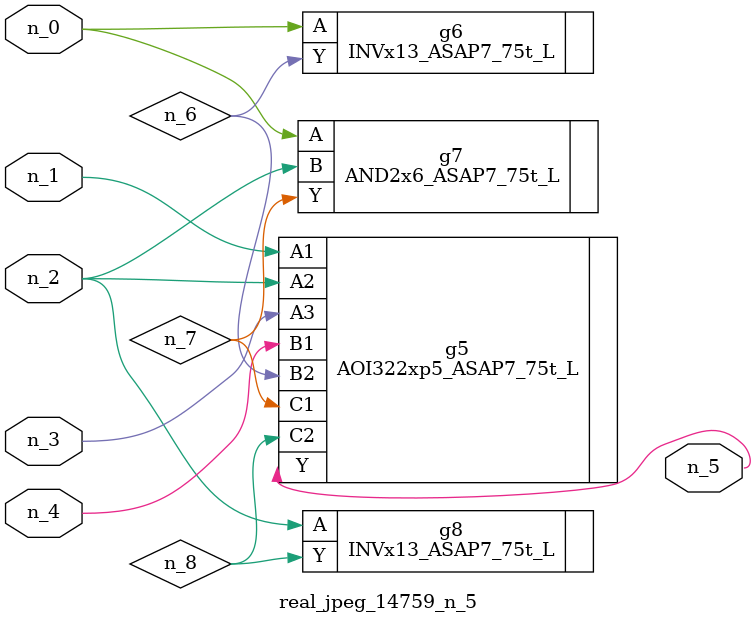
<source format=v>
module real_jpeg_14759_n_5 (n_4, n_0, n_1, n_2, n_3, n_5);

input n_4;
input n_0;
input n_1;
input n_2;
input n_3;

output n_5;

wire n_8;
wire n_6;
wire n_7;

INVx13_ASAP7_75t_L g6 ( 
.A(n_0),
.Y(n_6)
);

AND2x6_ASAP7_75t_L g7 ( 
.A(n_0),
.B(n_2),
.Y(n_7)
);

AOI322xp5_ASAP7_75t_L g5 ( 
.A1(n_1),
.A2(n_2),
.A3(n_3),
.B1(n_4),
.B2(n_6),
.C1(n_7),
.C2(n_8),
.Y(n_5)
);

INVx13_ASAP7_75t_L g8 ( 
.A(n_2),
.Y(n_8)
);


endmodule
</source>
